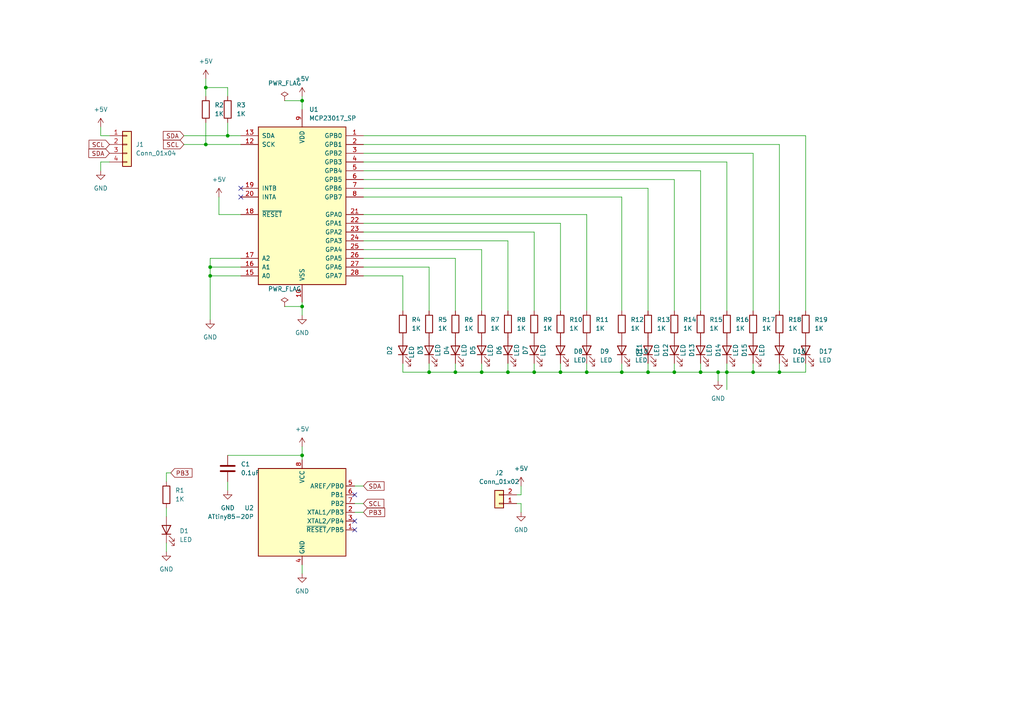
<source format=kicad_sch>
(kicad_sch (version 20211123) (generator eeschema)
  (paper "A4")
  (lib_symbols
    (symbol "Connector_Generic:Conn_01x02" (pin_names (offset 1.016) hide)
      (property "Reference" "J" (at 0 2.54 0))
      (property "Value" "Conn_01x02" (at 0 -5.08 0))
      (symbol "Conn_01x02_1_1"
        (rectangle (start -1.27 -2.413) (end 0 -2.667) (stroke (width 0.1524)))
        (rectangle (start -1.27 0.127) (end 0 -0.127) (stroke (width 0.1524)))
        (rectangle (start -1.27 1.27) (end 1.27 -3.81) (stroke (width 0.254)) (fill (type background)))
        (pin passive line (at -5.08 0 0) (length 3.81) (name "Pin_1") (number "1"))
        (pin passive line (at -5.08 -2.54 0) (length 3.81) (name "Pin_2") (number "2"))
      )
    )
    (symbol "Connector_Generic:Conn_01x04" (pin_names (offset 1.016) hide)
      (property "Reference" "J" (at 0 5.08 0))
      (property "Value" "Conn_01x04" (at 0 -7.62 0))
      (symbol "Conn_01x04_1_1"
        (rectangle (start -1.27 -4.953) (end 0 -5.207) (stroke (width 0.1524)))
        (rectangle (start -1.27 -2.413) (end 0 -2.667) (stroke (width 0.1524)))
        (rectangle (start -1.27 0.127) (end 0 -0.127) (stroke (width 0.1524)))
        (rectangle (start -1.27 2.667) (end 0 2.413) (stroke (width 0.1524)))
        (rectangle (start -1.27 3.81) (end 1.27 -6.35) (stroke (width 0.254)) (fill (type background)))
        (pin passive line (at -5.08 2.54 0) (length 3.81) (name "Pin_1") (number "1"))
        (pin passive line (at -5.08 0 0) (length 3.81) (name "Pin_2") (number "2"))
        (pin passive line (at -5.08 -2.54 0) (length 3.81) (name "Pin_3") (number "3"))
        (pin passive line (at -5.08 -5.08 0) (length 3.81) (name "Pin_4") (number "4"))
      )
    )
    (symbol "Device:C" (pin_numbers hide) (pin_names (offset 0.254))
      (property "Reference" "C" (at 0.635 2.54 0))
      (property "Value" "C" (at 0.635 -2.54 0))
      (symbol "C_0_1"
        (polyline (pts (xy -2.032 -0.762) (xy 2.032 -0.762)) (stroke (width 0.508)))
        (polyline (pts (xy -2.032 0.762) (xy 2.032 0.762)) (stroke (width 0.508)))
      )
      (symbol "C_1_1"
        (pin passive line (at 0 3.81 270) (length 2.794) (name "~") (number "1"))
        (pin passive line (at 0 -3.81 90) (length 2.794) (name "~") (number "2"))
      )
    )
    (symbol "Device:LED" (pin_numbers hide) (pin_names (offset 1.016) hide)
      (property "Reference" "D" (at 0 2.54 0))
      (property "Value" "LED" (at 0 -2.54 0))
      (symbol "LED_0_1"
        (polyline (pts (xy -1.27 -1.27) (xy -1.27 1.27)) (stroke (width 0.254)))
        (polyline (pts (xy -1.27 0) (xy 1.27 0)))
        (polyline (pts (xy 1.27 -1.27) (xy 1.27 1.27) (xy -1.27 0) (xy 1.27 -1.27)) (stroke (width 0.254)))
        (polyline (pts (xy -3.048 -0.762) (xy -4.572 -2.286) (xy -3.81 -2.286) (xy -4.572 -2.286) (xy -4.572 -1.524)))
        (polyline (pts (xy -1.778 -0.762) (xy -3.302 -2.286) (xy -2.54 -2.286) (xy -3.302 -2.286) (xy -3.302 -1.524)))
      )
      (symbol "LED_1_1"
        (pin passive line (at -3.81 0 0) (length 2.54) (name "K") (number "1"))
        (pin passive line (at 3.81 0 180) (length 2.54) (name "A") (number "2"))
      )
    )
    (symbol "Device:R" (pin_numbers hide) (pin_names (offset 0))
      (property "Reference" "R" (at 2.032 0 90))
      (property "Value" "R" (at 0 0 90))
      (symbol "R_0_1"
        (rectangle (start -1.016 -2.54) (end 1.016 2.54) (stroke (width 0.254)))
      )
      (symbol "R_1_1"
        (pin passive line (at 0 3.81 270) (length 1.27) (name "~") (number "1"))
        (pin passive line (at 0 -3.81 90) (length 1.27) (name "~") (number "2"))
      )
    )
    (symbol "Interface_Expansion:MCP23017_SP" (pin_names (offset 1.016))
      (property "Reference" "U" (at -11.43 24.13 0))
      (property "Value" "MCP23017_SP" (at 0 0 0))
      (symbol "MCP23017_SP_0_1"
        (rectangle (start -12.7 22.86) (end 12.7 -22.86) (stroke (width 0.254)) (fill (type background)))
      )
      (symbol "MCP23017_SP_1_1"
        (pin bidirectional line (at 17.78 20.32 180) (length 5.08) (name "GPB0") (number "1"))
        (pin power_in line (at 0 -27.94 90) (length 5.08) (name "VSS") (number "10"))
        (pin no_connect line (at -12.7 15.24 0) (length 5.08) hide (name "NC") (number "11"))
        (pin input line (at -17.78 17.78 0) (length 5.08) (name "SCK") (number "12"))
        (pin bidirectional line (at -17.78 20.32 0) (length 5.08) (name "SDA") (number "13"))
        (pin no_connect line (at -12.7 12.7 0) (length 5.08) hide (name "NC") (number "14"))
        (pin input line (at -17.78 -20.32 0) (length 5.08) (name "A0") (number "15"))
        (pin input line (at -17.78 -17.78 0) (length 5.08) (name "A1") (number "16"))
        (pin input line (at -17.78 -15.24 0) (length 5.08) (name "A2") (number "17"))
        (pin input line (at -17.78 -2.54 0) (length 5.08) (name "~{RESET}") (number "18"))
        (pin tri_state line (at -17.78 5.08 0) (length 5.08) (name "INTB") (number "19"))
        (pin bidirectional line (at 17.78 17.78 180) (length 5.08) (name "GPB1") (number "2"))
        (pin tri_state line (at -17.78 2.54 0) (length 5.08) (name "INTA") (number "20"))
        (pin bidirectional line (at 17.78 -2.54 180) (length 5.08) (name "GPA0") (number "21"))
        (pin bidirectional line (at 17.78 -5.08 180) (length 5.08) (name "GPA1") (number "22"))
        (pin bidirectional line (at 17.78 -7.62 180) (length 5.08) (name "GPA2") (number "23"))
        (pin bidirectional line (at 17.78 -10.16 180) (length 5.08) (name "GPA3") (number "24"))
        (pin bidirectional line (at 17.78 -12.7 180) (length 5.08) (name "GPA4") (number "25"))
        (pin bidirectional line (at 17.78 -15.24 180) (length 5.08) (name "GPA5") (number "26"))
        (pin bidirectional line (at 17.78 -17.78 180) (length 5.08) (name "GPA6") (number "27"))
        (pin bidirectional line (at 17.78 -20.32 180) (length 5.08) (name "GPA7") (number "28"))
        (pin bidirectional line (at 17.78 15.24 180) (length 5.08) (name "GPB2") (number "3"))
        (pin bidirectional line (at 17.78 12.7 180) (length 5.08) (name "GPB3") (number "4"))
        (pin bidirectional line (at 17.78 10.16 180) (length 5.08) (name "GPB4") (number "5"))
        (pin bidirectional line (at 17.78 7.62 180) (length 5.08) (name "GPB5") (number "6"))
        (pin bidirectional line (at 17.78 5.08 180) (length 5.08) (name "GPB6") (number "7"))
        (pin bidirectional line (at 17.78 2.54 180) (length 5.08) (name "GPB7") (number "8"))
        (pin power_in line (at 0 27.94 270) (length 5.08) (name "VDD") (number "9"))
      )
    )
    (symbol "MCU_Microchip_ATtiny:ATtiny85-20P"
      (property "Reference" "U" (at -12.7 13.97 0))
      (property "Value" "ATtiny85-20P" (at 2.54 -13.97 0))
      (symbol "ATtiny85-20P_0_1"
        (rectangle (start -12.7 -12.7) (end 12.7 12.7) (stroke (width 0.254)) (fill (type background)))
      )
      (symbol "ATtiny85-20P_1_1"
        (pin bidirectional line (at 15.24 -5.08 180) (length 2.54) (name "~{RESET}/PB5") (number "1"))
        (pin bidirectional line (at 15.24 0 180) (length 2.54) (name "XTAL1/PB3") (number "2"))
        (pin bidirectional line (at 15.24 -2.54 180) (length 2.54) (name "XTAL2/PB4") (number "3"))
        (pin power_in line (at 0 -15.24 90) (length 2.54) (name "GND") (number "4"))
        (pin bidirectional line (at 15.24 7.62 180) (length 2.54) (name "AREF/PB0") (number "5"))
        (pin bidirectional line (at 15.24 5.08 180) (length 2.54) (name "PB1") (number "6"))
        (pin bidirectional line (at 15.24 2.54 180) (length 2.54) (name "PB2") (number "7"))
        (pin power_in line (at 0 15.24 270) (length 2.54) (name "VCC") (number "8"))
      )
    )
    (symbol "power:+5V" (power) (pin_names (offset 0))
      (property "Value" "+5V" (at 0 3.556 0))
      (symbol "+5V_0_1"
        (polyline (pts (xy -0.762 1.27) (xy 0 2.54)))
        (polyline (pts (xy 0 0) (xy 0 2.54)))
        (polyline (pts (xy 0 2.54) (xy 0.762 1.27)))
      )
      (symbol "+5V_1_1"
        (pin power_in line (at 0 0 90) (length 0) hide (name "+5V") (number "1"))
      )
    )
    (symbol "power:GND" (power) (pin_names (offset 0))
      (property "Value" "GND" (at 0 -3.81 0))
      (symbol "GND_0_1"
        (polyline (pts (xy 0 0) (xy 0 -1.27) (xy 1.27 -1.27) (xy 0 -2.54) (xy -1.27 -1.27) (xy 0 -1.27)))
      )
      (symbol "GND_1_1"
        (pin power_in line (at 0 0 270) (length 0) hide (name "GND") (number "1"))
      )
    )
    (symbol "power:PWR_FLAG" (power) (pin_numbers hide) (pin_names (offset 0) hide)
      (property "Value" "PWR_FLAG" (at 0 3.81 0))
      (symbol "PWR_FLAG_0_0"
        (pin power_out line (at 0 0 90) (length 0) (name "pwr") (number "1"))
      )
      (symbol "PWR_FLAG_0_1"
        (polyline (pts (xy 0 0) (xy 0 1.27) (xy -1.016 1.905) (xy 0 2.54) (xy 1.016 1.905) (xy 0 1.27)))
      )
    )
  )
  (junction (at 87.63 88.9))
  (junction (at 59.69 25.4))
  (junction (at 66.04 39.37))
  (junction (at 154.94 107.95))
  (junction (at 208.28 107.95))
  (junction (at 124.46 107.95))
  (junction (at 162.56 107.95))
  (junction (at 87.63 29.21))
  (junction (at 210.82 107.95))
  (junction (at 60.96 80.01))
  (junction (at 195.58 107.95))
  (junction (at 180.34 107.95))
  (junction (at 147.32 107.95))
  (junction (at 60.96 77.47))
  (junction (at 203.2 107.95))
  (junction (at 187.96 107.95))
  (junction (at 132.08 107.95))
  (junction (at 87.63 132.08))
  (junction (at 218.44 107.95))
  (junction (at 59.69 41.91))
  (junction (at 170.18 107.95))
  (junction (at 226.06 107.95))
  (junction (at 139.7 107.95))
  (no_connect (at 102.87 143.51))
  (no_connect (at 102.87 151.13))
  (no_connect (at 102.87 153.67))
  (no_connect (at 69.85 54.61))
  (no_connect (at 69.85 57.15))
  (wire (pts (xy 147.32 107.95) (xy 154.94 107.95)))
  (wire (pts (xy 210.82 107.95) (xy 208.28 107.95)))
  (wire (pts (xy 154.94 67.31) (xy 154.94 90.17)))
  (wire (pts (xy 105.41 52.07) (xy 195.58 52.07)))
  (wire (pts (xy 187.96 54.61) (xy 187.96 90.17)))
  (wire (pts (xy 60.96 77.47) (xy 60.96 80.01)))
  (wire (pts (xy 218.44 44.45) (xy 218.44 90.17)))
  (wire (pts (xy 105.41 80.01) (xy 116.84 80.01)))
  (wire (pts (xy 87.63 88.9) (xy 87.63 91.44)))
  (wire (pts (xy 59.69 35.56) (xy 59.69 41.91)))
  (wire (pts (xy 105.41 41.91) (xy 226.06 41.91)))
  (wire (pts (xy 233.68 39.37) (xy 233.68 90.17)))
  (wire (pts (xy 132.08 107.95) (xy 139.7 107.95)))
  (wire (pts (xy 154.94 107.95) (xy 162.56 107.95)))
  (wire (pts (xy 82.55 88.9) (xy 87.63 88.9)))
  (wire (pts (xy 29.21 49.53) (xy 29.21 46.99)))
  (wire (pts (xy 132.08 105.41) (xy 132.08 107.95)))
  (wire (pts (xy 66.04 35.56) (xy 66.04 39.37)))
  (wire (pts (xy 226.06 41.91) (xy 226.06 90.17)))
  (wire (pts (xy 154.94 105.41) (xy 154.94 107.95)))
  (wire (pts (xy 180.34 105.41) (xy 180.34 107.95)))
  (wire (pts (xy 59.69 25.4) (xy 59.69 27.94)))
  (wire (pts (xy 210.82 107.95) (xy 210.82 113.03)))
  (wire (pts (xy 116.84 105.41) (xy 116.84 107.95)))
  (wire (pts (xy 29.21 39.37) (xy 31.75 39.37)))
  (wire (pts (xy 105.41 77.47) (xy 124.46 77.47)))
  (wire (pts (xy 170.18 105.41) (xy 170.18 107.95)))
  (wire (pts (xy 187.96 107.95) (xy 195.58 107.95)))
  (wire (pts (xy 226.06 107.95) (xy 218.44 107.95)))
  (wire (pts (xy 162.56 107.95) (xy 170.18 107.95)))
  (wire (pts (xy 105.41 64.77) (xy 162.56 64.77)))
  (wire (pts (xy 233.68 107.95) (xy 226.06 107.95)))
  (wire (pts (xy 124.46 77.47) (xy 124.46 90.17)))
  (wire (pts (xy 66.04 132.08) (xy 87.63 132.08)))
  (wire (pts (xy 87.63 87.63) (xy 87.63 88.9)))
  (wire (pts (xy 48.26 139.7) (xy 48.26 137.16)))
  (wire (pts (xy 105.41 62.23) (xy 170.18 62.23)))
  (wire (pts (xy 187.96 105.41) (xy 187.96 107.95)))
  (wire (pts (xy 147.32 69.85) (xy 147.32 90.17)))
  (wire (pts (xy 195.58 107.95) (xy 203.2 107.95)))
  (wire (pts (xy 195.58 52.07) (xy 195.58 90.17)))
  (wire (pts (xy 102.87 140.97) (xy 105.41 140.97)))
  (wire (pts (xy 151.13 146.05) (xy 149.86 146.05)))
  (wire (pts (xy 105.41 54.61) (xy 187.96 54.61)))
  (wire (pts (xy 105.41 69.85) (xy 147.32 69.85)))
  (wire (pts (xy 60.96 92.71) (xy 60.96 80.01)))
  (wire (pts (xy 116.84 80.01) (xy 116.84 90.17)))
  (wire (pts (xy 195.58 105.41) (xy 195.58 107.95)))
  (wire (pts (xy 151.13 148.59) (xy 151.13 146.05)))
  (wire (pts (xy 124.46 105.41) (xy 124.46 107.95)))
  (wire (pts (xy 105.41 49.53) (xy 203.2 49.53)))
  (wire (pts (xy 139.7 72.39) (xy 139.7 90.17)))
  (wire (pts (xy 162.56 64.77) (xy 162.56 90.17)))
  (wire (pts (xy 218.44 105.41) (xy 218.44 107.95)))
  (wire (pts (xy 162.56 105.41) (xy 162.56 107.95)))
  (wire (pts (xy 124.46 107.95) (xy 132.08 107.95)))
  (wire (pts (xy 203.2 49.53) (xy 203.2 90.17)))
  (wire (pts (xy 59.69 41.91) (xy 69.85 41.91)))
  (wire (pts (xy 87.63 27.94) (xy 87.63 29.21)))
  (wire (pts (xy 82.55 29.21) (xy 87.63 29.21)))
  (wire (pts (xy 102.87 148.59) (xy 105.41 148.59)))
  (wire (pts (xy 63.5 62.23) (xy 69.85 62.23)))
  (wire (pts (xy 180.34 57.15) (xy 180.34 90.17)))
  (wire (pts (xy 102.87 146.05) (xy 105.41 146.05)))
  (wire (pts (xy 180.34 107.95) (xy 187.96 107.95)))
  (wire (pts (xy 105.41 67.31) (xy 154.94 67.31)))
  (wire (pts (xy 105.41 57.15) (xy 180.34 57.15)))
  (wire (pts (xy 66.04 39.37) (xy 69.85 39.37)))
  (wire (pts (xy 66.04 25.4) (xy 59.69 25.4)))
  (wire (pts (xy 151.13 143.51) (xy 151.13 140.97)))
  (wire (pts (xy 48.26 147.32) (xy 48.26 149.86)))
  (wire (pts (xy 105.41 39.37) (xy 233.68 39.37)))
  (wire (pts (xy 149.86 143.51) (xy 151.13 143.51)))
  (wire (pts (xy 87.63 132.08) (xy 87.63 133.35)))
  (wire (pts (xy 29.21 36.83) (xy 29.21 39.37)))
  (wire (pts (xy 116.84 107.95) (xy 124.46 107.95)))
  (wire (pts (xy 105.41 46.99) (xy 210.82 46.99)))
  (wire (pts (xy 105.41 74.93) (xy 132.08 74.93)))
  (wire (pts (xy 87.63 129.54) (xy 87.63 132.08)))
  (wire (pts (xy 170.18 107.95) (xy 180.34 107.95)))
  (wire (pts (xy 60.96 80.01) (xy 69.85 80.01)))
  (wire (pts (xy 203.2 107.95) (xy 208.28 107.95)))
  (wire (pts (xy 60.96 74.93) (xy 60.96 77.47)))
  (wire (pts (xy 105.41 72.39) (xy 139.7 72.39)))
  (wire (pts (xy 53.34 41.91) (xy 59.69 41.91)))
  (wire (pts (xy 69.85 74.93) (xy 60.96 74.93)))
  (wire (pts (xy 48.26 137.16) (xy 49.53 137.16)))
  (wire (pts (xy 66.04 139.7) (xy 66.04 142.24)))
  (wire (pts (xy 132.08 74.93) (xy 132.08 90.17)))
  (wire (pts (xy 210.82 46.99) (xy 210.82 90.17)))
  (wire (pts (xy 226.06 105.41) (xy 226.06 107.95)))
  (wire (pts (xy 210.82 105.41) (xy 210.82 107.95)))
  (wire (pts (xy 29.21 46.99) (xy 31.75 46.99)))
  (wire (pts (xy 147.32 105.41) (xy 147.32 107.95)))
  (wire (pts (xy 139.7 105.41) (xy 139.7 107.95)))
  (wire (pts (xy 66.04 27.94) (xy 66.04 25.4)))
  (wire (pts (xy 170.18 62.23) (xy 170.18 90.17)))
  (wire (pts (xy 87.63 163.83) (xy 87.63 166.37)))
  (wire (pts (xy 105.41 44.45) (xy 218.44 44.45)))
  (wire (pts (xy 59.69 22.86) (xy 59.69 25.4)))
  (wire (pts (xy 203.2 105.41) (xy 203.2 107.95)))
  (wire (pts (xy 48.26 157.48) (xy 48.26 160.02)))
  (wire (pts (xy 53.34 39.37) (xy 66.04 39.37)))
  (wire (pts (xy 233.68 105.41) (xy 233.68 107.95)))
  (wire (pts (xy 63.5 57.15) (xy 63.5 62.23)))
  (wire (pts (xy 69.85 77.47) (xy 60.96 77.47)))
  (wire (pts (xy 208.28 107.95) (xy 208.28 110.49)))
  (wire (pts (xy 87.63 29.21) (xy 87.63 31.75)))
  (wire (pts (xy 218.44 107.95) (xy 210.82 107.95)))
  (wire (pts (xy 139.7 107.95) (xy 147.32 107.95)))
  (global_label "PB3" (shape input) (at 105.41 148.59 0) (property "Intersheet References" "${INTERSHEET_REFS}" (effects hide)))
  (global_label "SDA" (shape input) (at 53.34 39.37 180) (property "Intersheet References" "${INTERSHEET_REFS}" (effects hide)))
  (global_label "SDA" (shape input) (at 31.75 44.45 180) (property "Intersheet References" "${INTERSHEET_REFS}" (effects hide)))
  (global_label "SCL" (shape input) (at 31.75 41.91 180) (property "Intersheet References" "${INTERSHEET_REFS}" (effects hide)))
  (global_label "SDA" (shape input) (at 105.41 140.97 0) (property "Intersheet References" "${INTERSHEET_REFS}" (effects hide)))
  (global_label "PB3" (shape input) (at 49.53 137.16 0) (property "Intersheet References" "${INTERSHEET_REFS}" (effects hide)))
  (global_label "SCL" (shape input) (at 105.41 146.05 0) (property "Intersheet References" "${INTERSHEET_REFS}" (effects hide)))
  (global_label "SCL" (shape input) (at 53.34 41.91 180) (property "Intersheet References" "${INTERSHEET_REFS}" (effects hide)))
  (symbol (lib_id "Device:C") (at 66.04 135.89 0) (unit 1)
    (property "Reference" "C1" (at 69.85 134.6199 0) (effects (justify left)))
    (property "Value" "0.1uF" (at 69.85 137.1599 0) (effects (justify left)))
    (property "Footprint" "Capacitor_THT:C_Disc_D6.0mm_W2.5mm_P5.00mm" (effects hide))
  )
  (symbol (lib_id "power:GND") (at 66.04 142.24 0) (unit 1)
    (property "Reference" "#PWR07" (effects hide))
    (property "Value" "GND" (at 66.04 147.32 0))
  )
  (symbol (lib_id "Device:R") (at 170.18 93.98 0) (unit 1)
    (property "Reference" "R11" (at 172.72 92.7099 0) (effects (justify left)))
    (property "Value" "1K" (at 172.72 95.2499 0) (effects (justify left)))
    (property "Footprint" "Resistor_THT:R_Axial_DIN0207_L6.3mm_D2.5mm_P7.62mm_Horizontal" (effects hide))
  )
  (symbol (lib_id "Device:LED") (at 116.84 101.6 90) (unit 1)
    (property "Reference" "D2" (at 113.03 100.33 0) (effects (justify right)))
    (property "Value" "LED" (at 119.38 100.33 0) (effects (justify right)))
    (property "Footprint" "LED_THT:LED_D3.0mm" (effects hide))
  )
  (symbol (lib_id "power:PWR_FLAG") (at 82.55 88.9 0) (unit 1)
    (property "Reference" "#FLG02" (effects hide))
    (property "Value" "PWR_FLAG" (at 82.55 83.82 0))
  )
  (symbol (lib_id "MCU_Microchip_ATtiny:ATtiny85-20P") (at 87.63 148.59 0) (unit 1)
    (property "Reference" "U2" (at 73.66 147.3199 0) (effects (justify right)))
    (property "Value" "ATtiny85-20P" (at 73.66 149.8599 0) (effects (justify right)))
    (property "Footprint" "Package_DIP:DIP-8_W7.62mm" (effects hide))
    (property "Datasheet" "http://ww1.microchip.com/downloads/en/DeviceDoc/atmel-2586-avr-8-bit-microcontroller-attiny25-attiny45-attiny85_datasheet.pdf" (effects hide))
  )
  (symbol (lib_id "Device:R") (at 162.56 93.98 0) (unit 1)
    (property "Reference" "R10" (at 165.1 92.7099 0) (effects (justify left)))
    (property "Value" "1K" (at 165.1 95.2499 0) (effects (justify left)))
    (property "Footprint" "Resistor_THT:R_Axial_DIN0207_L6.3mm_D2.5mm_P7.62mm_Horizontal" (effects hide))
  )
  (symbol (lib_id "Device:R") (at 147.32 93.98 0) (unit 1)
    (property "Reference" "R8" (at 149.86 92.7099 0) (effects (justify left)))
    (property "Value" "1K" (at 149.86 95.2499 0) (effects (justify left)))
    (property "Footprint" "Resistor_THT:R_Axial_DIN0207_L6.3mm_D2.5mm_P7.62mm_Horizontal" (effects hide))
  )
  (symbol (lib_id "Device:R") (at 116.84 93.98 180) (unit 1)
    (property "Reference" "R4" (at 119.38 92.7099 0) (effects (justify right)))
    (property "Value" "1K" (at 119.38 95.2499 0) (effects (justify right)))
    (property "Footprint" "Resistor_THT:R_Axial_DIN0207_L6.3mm_D2.5mm_P7.62mm_Horizontal" (effects hide))
  )
  (symbol (lib_id "Device:LED") (at 210.82 101.6 90) (unit 1)
    (property "Reference" "D14" (at 208.28 101.6 0))
    (property "Value" "LED" (at 213.36 101.6 0))
    (property "Footprint" "LED_THT:LED_D3.0mm" (effects hide))
  )
  (symbol (lib_id "Device:LED") (at 226.06 101.6 90) (unit 1)
    (property "Reference" "D16" (at 229.87 101.9174 90) (effects (justify right)))
    (property "Value" "LED" (at 229.87 104.4574 90) (effects (justify right)))
    (property "Footprint" "LED_THT:LED_D3.0mm" (effects hide))
  )
  (symbol (lib_id "Connector_Generic:Conn_01x04") (at 36.83 41.91 0) (unit 1)
    (property "Reference" "J1" (at 39.37 41.9099 0) (effects (justify left)))
    (property "Value" "Conn_01x04" (at 39.37 44.4499 0) (effects (justify left)))
    (property "Footprint" "Connector_JST:JST_XH_B4B-XH-A_1x04_P2.50mm_Vertical" (effects hide))
  )
  (symbol (lib_id "Device:R") (at 218.44 93.98 0) (unit 1)
    (property "Reference" "R17" (at 220.98 92.7099 0) (effects (justify left)))
    (property "Value" "1K" (at 220.98 95.2499 0) (effects (justify left)))
    (property "Footprint" "Resistor_THT:R_Axial_DIN0207_L6.3mm_D2.5mm_P7.62mm_Horizontal" (effects hide))
  )
  (symbol (lib_id "Device:R") (at 210.82 93.98 0) (unit 1)
    (property "Reference" "R16" (at 213.36 92.7099 0) (effects (justify left)))
    (property "Value" "1K" (at 213.36 95.2499 0) (effects (justify left)))
    (property "Footprint" "Resistor_THT:R_Axial_DIN0207_L6.3mm_D2.5mm_P7.62mm_Horizontal" (effects hide))
  )
  (symbol (lib_id "Device:R") (at 180.34 93.98 180) (unit 1)
    (property "Reference" "R12" (at 182.88 92.7099 0) (effects (justify right)))
    (property "Value" "1K" (at 182.88 95.2499 0) (effects (justify right)))
    (property "Footprint" "Resistor_THT:R_Axial_DIN0207_L6.3mm_D2.5mm_P7.62mm_Horizontal" (effects hide))
  )
  (symbol (lib_id "Device:LED") (at 48.26 153.67 90) (unit 1)
    (property "Reference" "D1" (at 52.07 153.9874 90) (effects (justify right)))
    (property "Value" "LED" (at 52.07 156.5274 90) (effects (justify right)))
    (property "Footprint" "LED_THT:LED_D3.0mm" (effects hide))
  )
  (symbol (lib_id "Device:LED") (at 203.2 101.6 90) (unit 1)
    (property "Reference" "D13" (at 200.66 101.6 0))
    (property "Value" "LED" (at 205.74 101.6 0))
    (property "Footprint" "LED_THT:LED_D3.0mm" (effects hide))
  )
  (symbol (lib_id "power:GND") (at 151.13 148.59 0) (unit 1)
    (property "Reference" "#PWR013" (effects hide))
    (property "Value" "GND" (at 151.13 153.67 0))
  )
  (symbol (lib_id "Device:LED") (at 233.68 101.6 90) (unit 1)
    (property "Reference" "D17" (at 237.49 101.9174 90) (effects (justify right)))
    (property "Value" "LED" (at 237.49 104.4574 90) (effects (justify right)))
    (property "Footprint" "LED_THT:LED_D3.0mm" (effects hide))
  )
  (symbol (lib_id "Device:R") (at 154.94 93.98 0) (unit 1)
    (property "Reference" "R9" (at 157.48 92.7099 0) (effects (justify left)))
    (property "Value" "1K" (at 157.48 95.2499 0) (effects (justify left)))
    (property "Footprint" "Resistor_THT:R_Axial_DIN0207_L6.3mm_D2.5mm_P7.62mm_Horizontal" (effects hide))
  )
  (symbol (lib_id "Device:LED") (at 162.56 101.6 90) (unit 1)
    (property "Reference" "D8" (at 166.37 101.9174 90) (effects (justify right)))
    (property "Value" "LED" (at 166.37 104.4574 90) (effects (justify right)))
    (property "Footprint" "LED_THT:LED_D3.0mm" (effects hide))
  )
  (symbol (lib_id "power:+5V") (at 63.5 57.15 0) (unit 1)
    (property "Reference" "#PWR06" (effects hide))
    (property "Value" "+5V" (at 63.5 52.07 0))
  )
  (symbol (lib_id "Device:LED") (at 147.32 101.6 90) (unit 1)
    (property "Reference" "D6" (at 144.78 101.6 0))
    (property "Value" "LED" (at 149.86 101.6 0))
    (property "Footprint" "LED_THT:LED_D3.0mm" (effects hide))
  )
  (symbol (lib_id "Device:R") (at 233.68 93.98 0) (unit 1)
    (property "Reference" "R19" (at 236.22 92.7099 0) (effects (justify left)))
    (property "Value" "1K" (at 236.22 95.2499 0) (effects (justify left)))
    (property "Footprint" "Resistor_THT:R_Axial_DIN0207_L6.3mm_D2.5mm_P7.62mm_Horizontal" (effects hide))
  )
  (symbol (lib_id "Device:LED") (at 124.46 101.6 90) (unit 1)
    (property "Reference" "D3" (at 121.92 101.6 0))
    (property "Value" "LED" (at 127 101.6 0))
    (property "Footprint" "LED_THT:LED_D3.0mm" (effects hide))
  )
  (symbol (lib_id "power:+5V") (at 87.63 129.54 0) (unit 1)
    (property "Reference" "#PWR010" (effects hide))
    (property "Value" "+5V" (at 87.63 124.46 0))
  )
  (symbol (lib_id "power:+5V") (at 151.13 140.97 0) (unit 1)
    (property "Reference" "#PWR012" (effects hide))
    (property "Value" "+5V" (at 151.13 135.89 0))
  )
  (symbol (lib_id "Device:R") (at 203.2 93.98 0) (unit 1)
    (property "Reference" "R15" (at 205.74 92.7099 0) (effects (justify left)))
    (property "Value" "1K" (at 205.74 95.2499 0) (effects (justify left)))
    (property "Footprint" "Resistor_THT:R_Axial_DIN0207_L6.3mm_D2.5mm_P7.62mm_Horizontal" (effects hide))
  )
  (symbol (lib_id "power:GND") (at 60.96 92.71 0) (unit 1)
    (property "Reference" "#PWR05" (effects hide))
    (property "Value" "GND" (at 60.96 97.79 0))
  )
  (symbol (lib_id "Device:R") (at 226.06 93.98 0) (unit 1)
    (property "Reference" "R18" (at 228.6 92.7099 0) (effects (justify left)))
    (property "Value" "1K" (at 228.6 95.2499 0) (effects (justify left)))
    (property "Footprint" "Resistor_THT:R_Axial_DIN0207_L6.3mm_D2.5mm_P7.62mm_Horizontal" (effects hide))
  )
  (symbol (lib_id "Device:LED") (at 139.7 101.6 90) (unit 1)
    (property "Reference" "D5" (at 137.16 101.6 0))
    (property "Value" "LED" (at 142.24 101.6 0))
    (property "Footprint" "LED_THT:LED_D3.0mm" (effects hide))
  )
  (symbol (lib_id "Device:LED") (at 180.34 101.6 90) (unit 1)
    (property "Reference" "D10" (at 184.15 101.9174 90) (effects (justify right)))
    (property "Value" "LED" (at 184.15 104.4574 90) (effects (justify right)))
    (property "Footprint" "LED_THT:LED_D3.0mm" (effects hide))
  )
  (symbol (lib_id "Connector_Generic:Conn_01x02") (at 144.78 146.05 180) (unit 1)
    (property "Reference" "J2" (at 144.78 137.16 0))
    (property "Value" "Conn_01x02" (at 144.78 139.7 0))
    (property "Footprint" "Connector_JST:JST_XH_B2B-XH-A_1x02_P2.50mm_Vertical" (effects hide))
  )
  (symbol (lib_id "Device:LED") (at 154.94 101.6 90) (unit 1)
    (property "Reference" "D7" (at 152.4 101.6 0))
    (property "Value" "LED" (at 157.48 101.6 0))
    (property "Footprint" "LED_THT:LED_D3.0mm" (effects hide))
  )
  (symbol (lib_id "Device:LED") (at 195.58 101.6 90) (unit 1)
    (property "Reference" "D12" (at 193.04 101.6 0))
    (property "Value" "LED" (at 198.12 101.6 0))
    (property "Footprint" "LED_THT:LED_D3.0mm" (effects hide))
  )
  (symbol (lib_id "Device:R") (at 66.04 31.75 0) (unit 1)
    (property "Reference" "R3" (at 68.58 30.4799 0) (effects (justify left)))
    (property "Value" "1K" (at 68.58 33.0199 0) (effects (justify left)))
    (property "Footprint" "Resistor_THT:R_Axial_DIN0207_L6.3mm_D2.5mm_P7.62mm_Horizontal" (effects hide))
  )
  (symbol (lib_id "Device:R") (at 124.46 93.98 0) (unit 1)
    (property "Reference" "R5" (at 127 92.7099 0) (effects (justify left)))
    (property "Value" "1K" (at 127 95.2499 0) (effects (justify left)))
    (property "Footprint" "Resistor_THT:R_Axial_DIN0207_L6.3mm_D2.5mm_P7.62mm_Horizontal" (effects hide))
  )
  (symbol (lib_id "power:+5V") (at 87.63 27.94 0) (unit 1)
    (property "Reference" "#PWR08" (effects hide))
    (property "Value" "+5V" (at 87.63 22.86 0))
  )
  (symbol (lib_id "Device:LED") (at 170.18 101.6 90) (unit 1)
    (property "Reference" "D9" (at 173.99 101.9174 90) (effects (justify right)))
    (property "Value" "LED" (at 173.99 104.4574 90) (effects (justify right)))
    (property "Footprint" "LED_THT:LED_D3.0mm" (effects hide))
  )
  (symbol (lib_id "Device:R") (at 132.08 93.98 180) (unit 1)
    (property "Reference" "R6" (at 134.62 92.7099 0) (effects (justify right)))
    (property "Value" "1K" (at 134.62 95.2499 0) (effects (justify right)))
    (property "Footprint" "Resistor_THT:R_Axial_DIN0207_L6.3mm_D2.5mm_P7.62mm_Horizontal" (effects hide))
  )
  (symbol (lib_id "Device:R") (at 195.58 93.98 180) (unit 1)
    (property "Reference" "R14" (at 198.12 92.7099 0) (effects (justify right)))
    (property "Value" "1K" (at 198.12 95.2499 0) (effects (justify right)))
    (property "Footprint" "Resistor_THT:R_Axial_DIN0207_L6.3mm_D2.5mm_P7.62mm_Horizontal" (effects hide))
  )
  (symbol (lib_id "Device:LED") (at 187.96 101.6 90) (unit 1)
    (property "Reference" "D11" (at 185.42 101.6 0))
    (property "Value" "LED" (at 190.5 101.6 0))
    (property "Footprint" "LED_THT:LED_D3.0mm" (effects hide))
  )
  (symbol (lib_id "Interface_Expansion:MCP23017_SP") (at 87.63 59.69 0) (unit 1)
    (property "Reference" "U1" (at 89.6494 31.75 0) (effects (justify left)))
    (property "Value" "MCP23017_SP" (at 89.6494 34.29 0) (effects (justify left)))
    (property "Footprint" "Package_DIP:DIP-28_W7.62mm" (effects hide))
    (property "Datasheet" "http://ww1.microchip.com/downloads/en/DeviceDoc/20001952C.pdf" (effects hide))
  )
  (symbol (lib_id "power:GND") (at 87.63 91.44 0) (unit 1)
    (property "Reference" "#PWR09" (effects hide))
    (property "Value" "GND" (at 87.63 96.52 0))
  )
  (symbol (lib_id "power:GND") (at 87.63 166.37 0) (unit 1)
    (property "Reference" "#PWR011" (effects hide))
    (property "Value" "GND" (at 87.63 171.45 0))
  )
  (symbol (lib_id "power:GND") (at 48.26 160.02 0) (unit 1)
    (property "Reference" "#PWR03" (effects hide))
    (property "Value" "GND" (at 48.26 165.1 0))
  )
  (symbol (lib_id "Device:R") (at 187.96 93.98 0) (unit 1)
    (property "Reference" "R13" (at 190.5 92.7099 0) (effects (justify left)))
    (property "Value" "1K" (at 190.5 95.2499 0) (effects (justify left)))
    (property "Footprint" "Resistor_THT:R_Axial_DIN0207_L6.3mm_D2.5mm_P7.62mm_Horizontal" (effects hide))
  )
  (symbol (lib_id "power:+5V") (at 59.69 22.86 0) (unit 1)
    (property "Reference" "#PWR04" (effects hide))
    (property "Value" "+5V" (at 59.69 17.78 0))
  )
  (symbol (lib_id "power:PWR_FLAG") (at 82.55 29.21 0) (unit 1)
    (property "Reference" "#FLG01" (effects hide))
    (property "Value" "PWR_FLAG" (at 82.55 24.13 0))
  )
  (symbol (lib_id "power:+5V") (at 29.21 36.83 0) (unit 1)
    (property "Reference" "#PWR01" (effects hide))
    (property "Value" "+5V" (at 29.21 31.75 0))
  )
  (symbol (lib_id "Device:LED") (at 132.08 101.6 90) (unit 1)
    (property "Reference" "D4" (at 129.54 101.6 0))
    (property "Value" "LED" (at 134.62 101.6 0))
    (property "Footprint" "LED_THT:LED_D3.0mm" (effects hide))
  )
  (symbol (lib_id "Device:R") (at 59.69 31.75 0) (unit 1)
    (property "Reference" "R2" (at 62.23 30.4799 0) (effects (justify left)))
    (property "Value" "1K" (at 62.23 33.0199 0) (effects (justify left)))
    (property "Footprint" "Resistor_THT:R_Axial_DIN0207_L6.3mm_D2.5mm_P7.62mm_Horizontal" (effects hide))
  )
  (symbol (lib_id "Device:LED") (at 218.44 101.6 90) (unit 1)
    (property "Reference" "D15" (at 215.9 101.6 0))
    (property "Value" "LED" (at 220.98 101.6 0))
    (property "Footprint" "LED_THT:LED_D3.0mm" (effects hide))
  )
  (symbol (lib_id "Device:R") (at 139.7 93.98 0) (unit 1)
    (property "Reference" "R7" (at 142.24 92.7099 0) (effects (justify left)))
    (property "Value" "1K" (at 142.24 95.2499 0) (effects (justify left)))
    (property "Footprint" "Resistor_THT:R_Axial_DIN0207_L6.3mm_D2.5mm_P7.62mm_Horizontal" (effects hide))
  )
  (symbol (lib_id "Device:R") (at 48.26 143.51 0) (unit 1)
    (property "Reference" "R1" (at 50.8 142.2399 0) (effects (justify left)))
    (property "Value" "1K" (at 50.8 144.7799 0) (effects (justify left)))
    (property "Footprint" "Resistor_THT:R_Axial_DIN0207_L6.3mm_D2.5mm_P7.62mm_Horizontal" (effects hide))
  )
  (symbol (lib_id "power:GND") (at 29.21 49.53 0) (unit 1)
    (property "Reference" "#PWR02" (effects hide))
    (property "Value" "GND" (at 29.21 54.61 0))
  )
  (symbol (lib_id "power:GND") (at 208.28 110.49 0) (unit 1)
    (property "Reference" "#PWR014" (effects hide))
    (property "Value" "GND" (at 208.28 115.57 0))
  )
)
</source>
